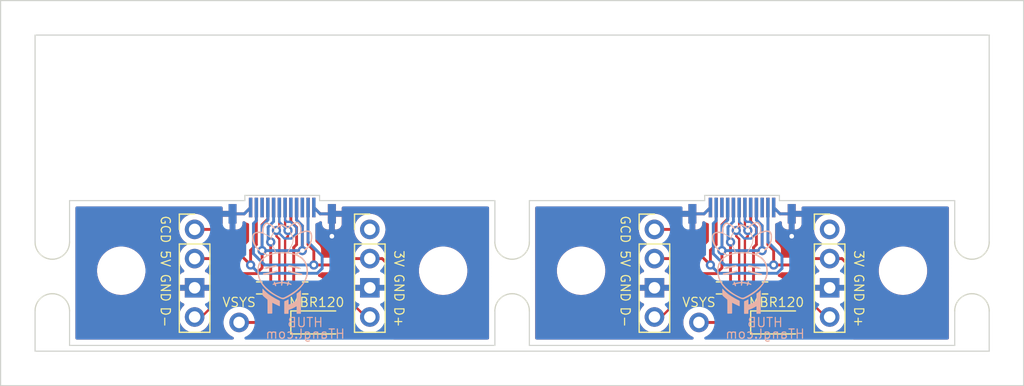
<source format=kicad_pcb>
(kicad_pcb (version 20211014) (generator pcbnew)
  (layers (0 "F.Cu" signal) (31 "B.Cu" signal) (34 "B.Paste" user) (35 "F.Paste" user) (36 "B.SilkS" user "B.Silkscreen") (37 "F.SilkS" user "F.Silkscreen") (38 "B.Mask" user) (39 "F.Mask" user) (44 "Edge.Cuts" user))
  (net 0 "")
  (net 1 "Net-(R1-Pad1)")
  (net 2 "GND")
  (net 3 "Net-(R2-Pad1)")
  (net 4 "+3V3")
  (net 6 "+5V")
  (net 7 "D+")
  (net 8 "D-")
  (net 11 "GCD")
  (net 15 "VSYS")
  (footprint "Diode_SMD:D_SOD-123" (layer "F.Cu") (at 83 50)
    (fp_text reference "D1" hide)
    (fp_text value "MBR120" hide)
    (fp_text user "MBR120" (at 0 -1.75 unlocked) (layer "F.SilkS") (effects (font (size 0.8 0.8) (thickness 0.1))))
    (pad "1" smd rect locked (at -1.65 0) (size 0.9 1.2) (layers "F.Cu" "F.Paste" "F.Mask") (net 15 "VSYS"))
    (pad "2" smd rect locked (at 1.65 0) (size 0.9 1.2) (layers "F.Cu" "F.Paste" "F.Mask") (net 4 "+3V3"))
  )
  (footprint "HTangl:Xunpu C2856665 USBC Straddle Mount" (layer "F.Cu") (at 40 40)
    (fp_text reference "U1" hide)
    (fp_text value "USB_C_Receptacle" hide)
    (pad "A1" smd rect (at 2.75 0) (size 0.3 1.7) (layers "F.Cu" "F.Paste" "F.Mask") (net 2 "GND"))
    (pad "A2" smd rect (at 2.25 0) (size 0.3 1.7) (layers "F.Cu" "F.Paste" "F.Mask") (net 4 "+3V3"))
    (pad "A3" smd rect (at 1.75 0) (size 0.3 1.7) (layers "F.Cu" "F.Paste" "F.Mask"))
    (pad "A4" smd rect (at 1.25 0) (size 0.3 1.7) (layers "F.Cu" "F.Paste" "F.Mask") (net 6 "+5V"))
    (pad "A5" smd rect (at 0.75 0) (size 0.3 1.7) (layers "F.Cu" "F.Paste" "F.Mask") (net 3 "Net-(R2-Pad1)"))
    (pad "A6" smd rect (at 0.25 0) (size 0.3 1.7) (layers "F.Cu" "F.Paste" "F.Mask") (net 7 "D+"))
    (pad "A7" smd rect (at -0.25 0) (size 0.3 1.7) (layers "F.Cu" "F.Paste" "F.Mask") (net 8 "D-"))
    (pad "A8" smd rect (at -0.75 0) (size 0.3 1.7) (layers "F.Cu" "F.Paste" "F.Mask"))
    (pad "A9" smd rect (at -1.25 0) (size 0.3 1.7) (layers "F.Cu" "F.Paste" "F.Mask") (net 6 "+5V"))
    (pad "A10" smd rect (at -1.75 0) (size 0.3 1.7) (layers "F.Cu" "F.Paste" "F.Mask"))
    (pad "A11" smd rect (at -2.25 0) (size 0.3 1.7) (layers "F.Cu" "F.Paste" "F.Mask") (net 11 "GCD"))
    (pad "A12" smd rect (at -2.75 0) (size 0.3 1.7) (layers "F.Cu" "F.Paste" "F.Mask") (net 2 "GND"))
    (pad "B1" smd rect (at -2.75 0) (size 0.3 1.7) (layers "B.Cu" "B.Paste" "B.Mask") (net 2 "GND"))
    (pad "B2" smd rect (at -2.25 0) (size 0.3 1.7) (layers "B.Cu" "B.Paste" "B.Mask") (net 4 "+3V3"))
    (pad "B3" smd rect (at -1.75 0) (size 0.3 1.7) (layers "B.Cu" "B.Paste" "B.Mask"))
    (pad "B4" smd rect (at -1.25 0) (size 0.3 1.7) (layers "B.Cu" "B.Paste" "B.Mask") (net 6 "+5V"))
    (pad "B5" smd rect (at -0.75 0) (size 0.3 1.7) (layers "B.Cu" "B.Paste" "B.Mask") (net 1 "Net-(R1-Pad1)"))
    (pad "B6" smd rect (at -0.25 0) (size 0.3 1.7) (layers "B.Cu" "B.Paste" "B.Mask") (net 7 "D+"))
    (pad "B7" smd rect (at 0.25 0) (size 0.3 1.7) (layers "B.Cu" "B.Paste" "B.Mask") (net 8 "D-"))
    (pad "B8" smd rect (at 0.75 0) (size 0.3 1.7) (layers "B.Cu" "B.Paste" "B.Mask"))
    (pad "B9" smd rect (at 1.25 0) (size 0.3 1.7) (layers "B.Cu" "B.Paste" "B.Mask") (net 6 "+5V"))
    (pad "B10" smd rect (at 1.75 0) (size 0.3 1.7) (layers "B.Cu" "B.Paste" "B.Mask"))
    (pad "B11" smd rect (at 2.25 0) (size 0.3 1.7) (layers "B.Cu" "B.Paste" "B.Mask") (net 11 "GCD"))
    (pad "B12" smd rect (at 2.75 0) (size 0.3 1.7) (layers "B.Cu" "B.Paste" "B.Mask") (net 2 "GND"))
    (pad "S1" smd rect (at 4.32 0.55) (size 0.7 1.7) (layers "F.Cu" "F.Paste" "F.Mask") (net 2 "GND"))
    (pad "S1" smd rect (at -4.32 0.55) (size 0.7 1.7) (layers "F.Cu" "F.Paste" "F.Mask") (net 2 "GND"))
    (pad "S1" smd rect (at -4.32 0.55) (size 0.7 1.7) (layers "B.Cu" "B.Paste" "B.Mask") (net 2 "GND"))
    (pad "S1" smd rect (at 4.32 0.55) (size 0.7 1.7) (layers "B.Cu" "B.Paste" "B.Mask") (net 2 "GND"))
  )
  (footprint "Panelization:mouse-bite-3mm-slot" (layer "F.Cu") (at 20 46 90)
    (fp_text reference "mouse-bite-3mm-slot" hide)
    (fp_text value "VAL**" hide)
    (pad "" np_thru_hole circle locked (at -0.75 -1.5 90) (size 0.5 0.5) (drill 0.5) (layers *.Cu *.Mask))
    (pad "" np_thru_hole circle locked (at -1.512 1.5 90) (size 0.5 0.5) (drill 0.5) (layers *.Cu *.Mask))
    (pad "" np_thru_hole circle locked (at 0.75 1.5 90) (size 0.5 0.5) (drill 0.5) (layers *.Cu *.Mask))
    (pad "" np_thru_hole circle locked (at 0 1.5 90) (size 0.5 0.5) (drill 0.5) (layers *.Cu *.Mask))
    (pad "" np_thru_hole circle locked (at -1.512 -1.5 90) (size 0.5 0.5) (drill 0.5) (layers *.Cu *.Mask))
    (pad "" np_thru_hole circle locked (at 1.524 -1.5 90) (size 0.5 0.5) (drill 0.5) (layers *.Cu *.Mask))
    (pad "" np_thru_hole circle locked (at 1.524 1.5 90) (size 0.5 0.5) (drill 0.5) (layers *.Cu *.Mask))
    (pad "" np_thru_hole circle locked (at -0.762 1.5 90) (size 0.5 0.5) (drill 0.5) (layers *.Cu *.Mask))
    (pad "" np_thru_hole circle locked (at 0.75 -1.5 90) (size 0.5 0.5) (drill 0.5) (layers *.Cu *.Mask))
    (pad "" np_thru_hole circle locked (at 0 -1.5 90) (size 0.5 0.5) (drill 0.5) (layers *.Cu *.Mask))
  )
  (footprint "MountingHole:MountingHole_3.2mm_M3" (layer "F.Cu") (at 26 45.5)
    (fp_text reference "REF**" hide)
    (fp_text value "MountingHole_3.2mm_M3" hide)
    (pad "" np_thru_hole circle locked (at 0 0) (size 3.2 3.2) (drill 3.2) (layers *.Cu *.Mask))
  )
  (footprint "HTangl:Xunpu C2856665 USBC Straddle Mount" (layer "F.Cu") (at 80 40)
    (fp_text reference "U1" hide)
    (fp_text value "USB_C_Receptacle" hide)
    (pad "A1" smd rect (at 2.75 0) (size 0.3 1.7) (layers "F.Cu" "F.Paste" "F.Mask") (net 2 "GND"))
    (pad "A2" smd rect (at 2.25 0) (size 0.3 1.7) (layers "F.Cu" "F.Paste" "F.Mask") (net 4 "+3V3"))
    (pad "A3" smd rect (at 1.75 0) (size 0.3 1.7) (layers "F.Cu" "F.Paste" "F.Mask"))
    (pad "A4" smd rect (at 1.25 0) (size 0.3 1.7) (layers "F.Cu" "F.Paste" "F.Mask") (net 6 "+5V"))
    (pad "A5" smd rect (at 0.75 0) (size 0.3 1.7) (layers "F.Cu" "F.Paste" "F.Mask") (net 3 "Net-(R2-Pad1)"))
    (pad "A6" smd rect (at 0.25 0) (size 0.3 1.7) (layers "F.Cu" "F.Paste" "F.Mask") (net 7 "D+"))
    (pad "A7" smd rect (at -0.25 0) (size 0.3 1.7) (layers "F.Cu" "F.Paste" "F.Mask") (net 8 "D-"))
    (pad "A8" smd rect (at -0.75 0) (size 0.3 1.7) (layers "F.Cu" "F.Paste" "F.Mask"))
    (pad "A9" smd rect (at -1.25 0) (size 0.3 1.7) (layers "F.Cu" "F.Paste" "F.Mask") (net 6 "+5V"))
    (pad "A10" smd rect (at -1.75 0) (size 0.3 1.7) (layers "F.Cu" "F.Paste" "F.Mask"))
    (pad "A11" smd rect (at -2.25 0) (size 0.3 1.7) (layers "F.Cu" "F.Paste" "F.Mask") (net 11 "GCD"))
    (pad "A12" smd rect (at -2.75 0) (size 0.3 1.7) (layers "F.Cu" "F.Paste" "F.Mask") (net 2 "GND"))
    (pad "B1" smd rect (at -2.75 0) (size 0.3 1.7) (layers "B.Cu" "B.Paste" "B.Mask") (net 2 "GND"))
    (pad "B2" smd rect (at -2.25 0) (size 0.3 1.7) (layers "B.Cu" "B.Paste" "B.Mask") (net 4 "+3V3"))
    (pad "B3" smd rect (at -1.75 0) (size 0.3 1.7) (layers "B.Cu" "B.Paste" "B.Mask"))
    (pad "B4" smd rect (at -1.25 0) (size 0.3 1.7) (layers "B.Cu" "B.Paste" "B.Mask") (net 6 "+5V"))
    (pad "B5" smd rect (at -0.75 0) (size 0.3 1.7) (layers "B.Cu" "B.Paste" "B.Mask") (net 1 "Net-(R1-Pad1)"))
    (pad "B6" smd rect (at -0.25 0) (size 0.3 1.7) (layers "B.Cu" "B.Paste" "B.Mask") (net 7 "D+"))
    (pad "B7" smd rect (at 0.25 0) (size 0.3 1.7) (layers "B.Cu" "B.Paste" "B.Mask") (net 8 "D-"))
    (pad "B8" smd rect (at 0.75 0) (size 0.3 1.7) (layers "B.Cu" "B.Paste" "B.Mask"))
    (pad "B9" smd rect (at 1.25 0) (size 0.3 1.7) (layers "B.Cu" "B.Paste" "B.Mask") (net 6 "+5V"))
    (pad "B10" smd rect (at 1.75 0) (size 0.3 1.7) (layers "B.Cu" "B.Paste" "B.Mask"))
    (pad "B11" smd rect (at 2.25 0) (size 0.3 1.7) (layers "B.Cu" "B.Paste" "B.Mask") (net 11 "GCD"))
    (pad "B12" smd rect (at 2.75 0) (size 0.3 1.7) (layers "B.Cu" "B.Paste" "B.Mask") (net 2 "GND"))
    (pad "S1" smd rect (at -4.32 0.55) (size 0.7 1.7) (layers "B.Cu" "B.Paste" "B.Mask") (net 2 "GND"))
    (pad "S1" smd rect (at -4.32 0.55) (size 0.7 1.7) (layers "F.Cu" "F.Paste" "F.Mask") (net 2 "GND"))
    (pad "S1" smd rect (at 4.32 0.55) (size 0.7 1.7) (layers "B.Cu" "B.Paste" "B.Mask") (net 2 "GND"))
    (pad "S1" smd rect (at 4.32 0.55) (size 0.7 1.7) (layers "F.Cu" "F.Paste" "F.Mask") (net 2 "GND"))
  )
  (footprint "Diode_SMD:D_SOD-123" (layer "F.Cu") (at 43 50)
    (fp_text reference "D1" hide)
    (fp_text value "MBR120" hide)
    (fp_text user "MBR120" (at 0 -1.75 unlocked) (layer "F.SilkS") (effects (font (size 0.8 0.8) (thickness 0.1))))
    (pad "1" smd rect locked (at -1.65 0) (size 0.9 1.2) (layers "F.Cu" "F.Paste" "F.Mask") (net 15 "VSYS"))
    (pad "2" smd rect locked (at 1.65 0) (size 0.9 1.2) (layers "F.Cu" "F.Paste" "F.Mask") (net 4 "+3V3"))
  )
  (footprint "Connector_PinHeader_2.54mm:PinHeader_1x01_P2.54mm_Vertical" (layer "F.Cu") (at 76.25 50)
    (fp_text reference "VSYS" (at 0 -1.75) (layer "F.SilkS") (effects (font (size 0.8 0.8) (thickness 0.1))))
    (fp_text value "PinHeader_1x01_P2.54mm_Vertical" hide)
    (pad "1" thru_hole circle (at 0 0) (size 1.7 1.7) (drill 1) (layers *.Cu *.Mask) (net 15 "VSYS"))
  )
  (footprint "MountingHole:MountingHole_3.2mm_M3" (layer "F.Cu") (at 94 45.5)
    (fp_text reference "REF**" hide)
    (fp_text value "MountingHole_3.2mm_M3" hide)
    (pad "" np_thru_hole circle locked (at 0 0) (size 3.2 3.2) (drill 3.2) (layers *.Cu *.Mask))
  )
  (footprint "MountingHole:MountingHole_3.2mm_M3" (layer "F.Cu") (at 54 45.5)
    (fp_text reference "REF**" hide)
    (fp_text value "MountingHole_3.2mm_M3" hide)
    (pad "" np_thru_hole circle locked (at 0 0) (size 3.2 3.2) (drill 3.2) (layers *.Cu *.Mask))
  )
  (footprint "Connector_PinHeader_2.54mm:PinHeader_1x04_P2.54mm_Vertical" (layer "F.Cu") (at 32.38 41.905)
    (fp_text reference "REF**" hide)
    (fp_text value "PinHeader_1x04_P2.54mm_Vertical" hide)
    (pad "1" thru_hole circle locked (at 0 0) (size 1.7 1.7) (drill 1) (layers *.Cu *.Mask) (net 11 "GCD"))
    (pad "2" thru_hole oval locked (at 0 2.54) (size 1.7 1.7) (drill 1) (layers *.Cu *.Mask) (net 6 "+5V"))
    (pad "3" thru_hole rect locked (at 0 5.08) (size 1.7 1.7) (drill 1) (layers *.Cu *.Mask) (net 2 "GND"))
    (pad "4" thru_hole oval locked (at 0 7.62) (size 1.7 1.7) (drill 1) (layers *.Cu *.Mask) (net 8 "D-"))
  )
  (footprint "Panelization:mouse-bite-3mm-slot" (layer "F.Cu") (at 100 46 90)
    (fp_text reference "mouse-bite-3mm-slot" hide)
    (fp_text value "VAL**" hide)
    (pad "" np_thru_hole circle locked (at -0.75 -1.5 90) (size 0.5 0.5) (drill 0.5) (layers *.Cu *.Mask))
    (pad "" np_thru_hole circle locked (at 1.524 -1.5 90) (size 0.5 0.5) (drill 0.5) (layers *.Cu *.Mask))
    (pad "" np_thru_hole circle locked (at 1.524 1.5 90) (size 0.5 0.5) (drill 0.5) (layers *.Cu *.Mask))
    (pad "" np_thru_hole circle locked (at 0 1.5 90) (size 0.5 0.5) (drill 0.5) (layers *.Cu *.Mask))
    (pad "" np_thru_hole circle locked (at -0.762 1.5 90) (size 0.5 0.5) (drill 0.5) (layers *.Cu *.Mask))
    (pad "" np_thru_hole circle locked (at 0.75 1.5 90) (size 0.5 0.5) (drill 0.5) (layers *.Cu *.Mask))
    (pad "" np_thru_hole circle locked (at -1.512 1.5 90) (size 0.5 0.5) (drill 0.5) (layers *.Cu *.Mask))
    (pad "" np_thru_hole circle locked (at 0.75 -1.5 90) (size 0.5 0.5) (drill 0.5) (layers *.Cu *.Mask))
    (pad "" np_thru_hole circle locked (at 0 -1.5 90) (size 0.5 0.5) (drill 0.5) (layers *.Cu *.Mask))
    (pad "" np_thru_hole circle locked (at -1.512 -1.5 90) (size 0.5 0.5) (drill 0.5) (layers *.Cu *.Mask))
  )
  (footprint "Connector_PinHeader_2.54mm:PinHeader_1x01_P2.54mm_Vertical" (layer "F.Cu") (at 36.25 50)
    (fp_text reference "VSYS" (at 0 -1.75) (layer "F.SilkS") (effects (font (size 0.8 0.8) (thickness 0.1))))
    (fp_text value "PinHeader_1x01_P2.54mm_Vertical" hide)
    (pad "1" thru_hole circle (at 0 0) (size 1.7 1.7) (drill 1) (layers *.Cu *.Mask) (net 15 "VSYS"))
  )
  (footprint "Panelization:mouse-bite-3mm-slot" (layer "F.Cu") (at 60 46 90)
    (fp_text reference "mouse-bite-3mm-slot" hide)
    (fp_text value "VAL**" hide)
    (pad "" np_thru_hole circle locked (at -1.512 -1.5 90) (size 0.5 0.5) (drill 0.5) (layers *.Cu *.Mask))
    (pad "" np_thru_hole circle locked (at -0.75 -1.5 90) (size 0.5 0.5) (drill 0.5) (layers *.Cu *.Mask))
    (pad "" np_thru_hole circle locked (at 0.75 1.5 90) (size 0.5 0.5) (drill 0.5) (layers *.Cu *.Mask))
    (pad "" np_thru_hole circle locked (at -1.512 1.5 90) (size 0.5 0.5) (drill 0.5) (layers *.Cu *.Mask))
    (pad "" np_thru_hole circle locked (at -0.762 1.5 90) (size 0.5 0.5) (drill 0.5) (layers *.Cu *.Mask))
    (pad "" np_thru_hole circle locked (at 0.75 -1.5 90) (size 0.5 0.5) (drill 0.5) (layers *.Cu *.Mask))
    (pad "" np_thru_hole circle locked (at 1.524 1.5 90) (size 0.5 0.5) (drill 0.5) (layers *.Cu *.Mask))
    (pad "" np_thru_hole circle locked (at 0 -1.5 90) (size 0.5 0.5) (drill 0.5) (layers *.Cu *.Mask))
    (pad "" np_thru_hole circle locked (at 1.524 -1.5 90) (size 0.5 0.5) (drill 0.5) (layers *.Cu *.Mask))
    (pad "" np_thru_hole circle locked (at 0 1.5 90) (size 0.5 0.5) (drill 0.5) (layers *.Cu *.Mask))
  )
  (footprint "MountingHole:MountingHole_3.2mm_M3" (layer "F.Cu") (at 66 45.5)
    (fp_text reference "REF**" hide)
    (fp_text value "MountingHole_3.2mm_M3" hide)
    (pad "" np_thru_hole circle locked (at 0 0) (size 3.2 3.2) (drill 3.2) (layers *.Cu *.Mask))
  )
  (footprint "Resistor_SMD:R_0603_1608Metric" (layer "F.Cu") (at 42 47)
    (fp_text reference "R2" hide)
    (fp_text value "5.1k")
    (pad "1" smd roundrect locked (at -0.825 0) (size 0.8 0.95) (layers "F.Cu" "F.Paste" "F.Mask") (net 3 "Net-(R2-Pad1)"))
    (pad "2" smd roundrect locked (at 0.825 0) (size 0.8 0.95) (layers "F.Cu" "F.Paste" "F.Mask") (net 2 "GND"))
  )
  (footprint "Connector_PinHeader_2.54mm:PinHeader_1x04_P2.54mm_Vertical" (layer "F.Cu") (at 87.62 41.905)
    (fp_text reference "REF**" hide)
    (fp_text value "PinHeader_1x04_P2.54mm_Vertical" hide)
    (pad "1" thru_hole circle locked (at 0 0) (size 1.7 1.7) (drill 1) (layers *.Cu *.Mask))
    (pad "2" thru_hole oval locked (at 0 2.54) (size 1.7 1.7) (drill 1) (layers *.Cu *.Mask) (net 4 "+3V3"))
    (pad "3" thru_hole rect locked (at 0 5.08) (size 1.7 1.7) (drill 1) (layers *.Cu *.Mask) (net 2 "GND"))
    (pad "4" thru_hole circle locked (at 0 7.62) (size 1.7 1.7) (drill 1) (layers *.Cu *.Mask) (net 7 "D+"))
  )
  (footprint "Resistor_SMD:R_0603_1608Metric" (layer "F.Cu") (at 78 47 180)
    (fp_text reference "R1" hide)
    (fp_text value "5.1k")
    (pad "1" smd roundrect locked (at -0.825 0 180) (size 0.8 0.95) (layers "F.Cu" "F.Paste" "F.Mask") (net 1 "Net-(R1-Pad1)"))
    (pad "2" smd roundrect locked (at 0.825 0 180) (size 0.8 0.95) (layers "F.Cu" "F.Paste" "F.Mask") (net 2 "GND"))
  )
  (footprint "Resistor_SMD:R_0603_1608Metric" (layer "F.Cu") (at 82 47)
    (fp_text reference "R2" hide)
    (fp_text value "5.1k")
    (pad "1" smd roundrect locked (at -0.825 0) (size 0.8 0.95) (layers "F.Cu" "F.Paste" "F.Mask") (net 3 "Net-(R2-Pad1)"))
    (pad "2" smd roundrect locked (at 0.825 0) (size 0.8 0.95) (layers "F.Cu" "F.Paste" "F.Mask") (net 2 "GND"))
  )
  (footprint "Connector_PinHeader_2.54mm:PinHeader_1x04_P2.54mm_Vertical" (layer "F.Cu") (at 72.38 41.905)
    (fp_text reference "REF**" hide)
    (fp_text value "PinHeader_1x04_P2.54mm_Vertical" hide)
    (pad "1" thru_hole circle locked (at 0 0) (size 1.7 1.7) (drill 1) (layers *.Cu *.Mask) (net 11 "GCD"))
    (pad "2" thru_hole oval locked (at 0 2.54) (size 1.7 1.7) (drill 1) (layers *.Cu *.Mask) (net 6 "+5V"))
    (pad "3" thru_hole rect locked (at 0 5.08) (size 1.7 1.7) (drill 1) (layers *.Cu *.Mask) (net 2 "GND"))
    (pad "4" thru_hole oval locked (at 0 7.62) (size 1.7 1.7) (drill 1) (layers *.Cu *.Mask) (net 8 "D-"))
  )
  (footprint "Resistor_SMD:R_0603_1608Metric" (layer "F.Cu") (at 38 47 180)
    (fp_text reference "R1" hide)
    (fp_text value "5.1k")
    (pad "1" smd roundrect locked (at -0.825 0 180) (size 0.8 0.95) (layers "F.Cu" "F.Paste" "F.Mask") (net 1 "Net-(R1-Pad1)"))
    (pad "2" smd roundrect locked (at 0.825 0 180) (size 0.8 0.95) (layers "F.Cu" "F.Paste" "F.Mask") (net 2 "GND"))
  )
  (footprint "Connector_PinHeader_2.54mm:PinHeader_1x04_P2.54mm_Vertical" (layer "F.Cu") (at 47.62 41.905)
    (fp_text reference "REF**" hide)
    (fp_text value "PinHeader_1x04_P2.54mm_Vertical" hide)
    (pad "1" thru_hole circle locked (at 0 0) (size 1.7 1.7) (drill 1) (layers *.Cu *.Mask))
    (pad "2" thru_hole oval locked (at 0 2.54) (size 1.7 1.7) (drill 1) (layers *.Cu *.Mask) (net 4 "+3V3"))
    (pad "3" thru_hole rect locked (at 0 5.08) (size 1.7 1.7) (drill 1) (layers *.Cu *.Mask) (net 2 "GND"))
    (pad "4" thru_hole circle locked (at 0 7.62) (size 1.7 1.7) (drill 1) (layers *.Cu *.Mask) (net 7 "D+"))
  )
  (footprint "htangl:HTurnip_Tiny" (layer "B.Cu") (at 80 45.25 180)
    (fp_text reference "G***" hide)
    (fp_text value "LOGO" hide)
  )
  (footprint "htangl:HTurnip_Tiny" (layer "B.Cu") (at 40 45.25 180)
    (fp_text reference "G***" hide)
    (fp_text value "LOGO" hide)
  )
  (gr_line (start 101.5 52.5) (end 101.5 49) (layer "Edge.Cuts") (width 0.1))
  (gr_line (start 76.75 38.95) (end 83.25 38.95) (layer "Edge.Cuts") (width 0.1))
  (gr_line (start 15.5 22) (end 15.5 55.5) (layer "Edge.Cuts") (width 0.1))
  (gr_line (start 36.75 39.4) (end 21.5 39.4) (layer "Edge.Cuts") (width 0.1))
  (gr_line (start 21.5 52) (end 58.5 52) (layer "Edge.Cuts") (width 0.1))
  (gr_arc (start 61.5 43) (mid 60 44.5) (end 58.5 43) (layer "Edge.Cuts") (width 0.1))
  (gr_line (start 36.75 38.95) (end 43.25 38.95) (layer "Edge.Cuts") (width 0.1))
  (gr_arc (start 98.5 49) (mid 100 47.5) (end 101.5 49) (layer "Edge.Cuts") (width 0.1))
  (gr_line (start 98.5 43) (end 98.5 39.4) (layer "Edge.Cuts") (width 0.1))
  (gr_line (start 21.5 43) (end 21.5 39.4) (layer "Edge.Cuts") (width 0.1))
  (gr_line (start 21.5 49) (end 21.5 52) (layer "Edge.Cuts") (width 0.1))
  (gr_arc (start 18.5 49) (mid 20 47.5) (end 21.5 49) (layer "Edge.Cuts") (width 0.1))
  (gr_line (start 76.75 38.95) (end 76.75 39.4) (layer "Edge.Cuts") (width 0.1))
  (gr_line (start 83.25 39.4) (end 98.5 39.4) (layer "Edge.Cuts") (width 0.1))
  (gr_line (start 43.25 39.4) (end 58.5 39.4) (layer "Edge.Cuts") (width 0.1))
  (gr_line (start 18.5 52.5) (end 101.5 52.5) (layer "Edge.Cuts") (width 0.1))
  (gr_line (start 101.5 25) (end 101.5 43) (layer "Edge.Cuts") (width 0.1))
  (gr_line (start 43.25 38.95) (end 43.25 39.4) (layer "Edge.Cuts") (width 0.1))
  (gr_line (start 104.5 55.5) (end 15.5 55.5) (layer "Edge.Cuts") (width 0.1))
  (gr_line (start 18.5 25) (end 101.5 25) (layer "Edge.Cuts") (width 0.1))
  (gr_line (start 58.5 43) (end 58.5 39.4) (layer "Edge.Cuts") (width 0.1))
  (gr_line (start 61.5 52) (end 98.5 52) (layer "Edge.Cuts") (width 0.1))
  (gr_line (start 18.5 49) (end 18.5 52.5) (layer "Edge.Cuts") (width 0.1))
  (gr_line (start 98.5 49) (end 98.5 52) (layer "Edge.Cuts") (width 0.1))
  (gr_line (start 36.75 38.95) (end 36.75 39.4) (layer "Edge.Cuts") (width 0.1))
  (gr_line (start 15.5 22) (end 104.5 22) (layer "Edge.Cuts") (width 0.1))
  (gr_line (start 61.5 49) (end 61.5 52) (layer "Edge.Cuts") (width 0.1))
  (gr_line (start 83.25 38.95) (end 83.25 39.4) (layer "Edge.Cuts") (width 0.1))
  (gr_arc (start 58.5 49) (mid 60 47.5) (end 61.5 49) (layer "Edge.Cuts") (width 0.1))
  (gr_line (start 58.5 49) (end 58.5 52) (layer "Edge.Cuts") (width 0.1))
  (gr_line (start 76.75 39.4) (end 61.5 39.4) (layer "Edge.Cuts") (width 0.1))
  (gr_line (start 18.5 43) (end 18.5 25) (layer "Edge.Cuts") (width 0.1))
  (gr_line (start 61.5 43) (end 61.5 39.4) (layer "Edge.Cuts") (width 0.1))
  (gr_line (start 104.5 55.5) (end 104.5 22) (layer "Edge.Cuts") (width 0.1))
  (gr_arc (start 101.5 43) (mid 100 44.5) (end 98.5 43) (layer "Edge.Cuts") (width 0.1))
  (gr_arc (start 21.5 43) (mid 20 44.5) (end 18.5 43) (layer "Edge.Cuts") (width 0.1))
  (gr_text "HTangl.com" (at 82 51) (layer "B.SilkS") (effects (font (size 0.8 0.8) (thickness 0.1)) (justify mirror)))
  (gr_text "HTUB" (at 82 50) (layer "B.SilkS") (effects (font (size 0.8 0.8) (thickness 0.1)) (justify mirror)))
  (gr_text "HTUB" (at 42 50) (layer "B.SilkS") (effects (font (size 0.8 0.8) (thickness 0.1)) (justify mirror)))
  (gr_text "HTangl.com" (at 42 51) (layer "B.SilkS") (effects (font (size 0.8 0.8) (thickness 0.1)) (justify mirror)))
  (gr_text "GND" (at 69.84 46.985 270) (layer "F.SilkS") (effects (font (size 0.8 0.8) (thickness 0.1))))
  (gr_text "5V" (at 69.84 44.445 270) (layer "F.SilkS") (effects (font (size 0.8 0.8) (thickness 0.1))))
  (gr_text "GCD" (at 29.84 41.905 270) (layer "F.SilkS") (effects (font (size 0.8 0.8) (thickness 0.1))))
  (gr_text "D-" (at 29.84 49.525 270) (layer "F.SilkS") (effects (font (size 0.8 0.8) (thickness 0.1))))
  (gr_text "D+\n" (at 90.16 49.525 270) (layer "F.SilkS") (effects (font (size 0.8 0.8) (thickness 0.1))))
  (gr_text "GND" (at 90.16 46.985 270) (layer "F.SilkS") (effects (font (size 0.8 0.8) (thickness 0.1))))
  (gr_text "GND" (at 50.16 46.985 270) (layer "F.SilkS") (effects (font (size 0.8 0.8) (thickness 0.1))))
  (gr_text "D+\n" (at 50.16 49.525 270) (layer "F.SilkS") (effects (font (size 0.8 0.8) (thickness 0.1))))
  (gr_text "3V" (at 90.16 44.445 270) (layer "F.SilkS") (effects (font (size 0.8 0.8) (thickness 0.1))))
  (gr_text "3V" (at 50.16 44.445 270) (layer "F.SilkS") (effects (font (size 0.8 0.8) (thickness 0.1))))
  (gr_text "5V" (at 29.84 44.445 270) (layer "F.SilkS") (effects (font (size 0.8 0.8) (thickness 0.1))))
  (gr_text "GCD" (at 69.84 41.905 270) (layer "F.SilkS") (effects (font (size 0.8 0.8) (thickness 0.1))))
  (gr_text "GND" (at 29.84 46.985 270) (layer "F.SilkS") (effects (font (size 0.8 0.8) (thickness 0.1))))
  (gr_text "D-" (at 69.84 49.525 270) (layer "F.SilkS") (effects (font (size 0.8 0.8) (thickness 0.1))))
  (segment (start 79 46.825) (end 78.825 47) (width 0.25) (layer "F.Cu") (net 1))
  (segment (start 39 43) (end 39 46.825) (width 0.25) (layer "F.Cu") (net 1))
  (segment (start 79 43) (end 79 46.825) (width 0.25) (layer "F.Cu") (net 1))
  (segment (start 39 46.825) (end 38.825 47) (width 0.25) (layer "F.Cu") (net 1))
  (via (at 39 43) (size 0.8) (drill 0.4) (layers "F.Cu" "B.Cu") (net 1))
  (via (at 79 43) (size 0.8) (drill 0.4) (layers "F.Cu" "B.Cu") (net 1))
  (segment (start 79.25 40) (end 79.25 41.225386) (width 0.25) (layer "B.Cu") (net 1))
  (segment (start 39.25 40) (end 39.25 41.225386) (width 0.25) (layer "B.Cu") (net 1))
  (segment (start 78.775489 42.775489) (end 79 43) (width 0.25) (layer "B.Cu") (net 1))
  (segment (start 38.775489 41.699897) (end 38.775489 42.775489) (width 0.25) (layer "B.Cu") (net 1))
  (segment (start 79.25 41.225386) (end 78.775489 41.699897) (width 0.25) (layer "B.Cu") (net 1))
  (segment (start 38.775489 42.775489) (end 39 43) (width 0.25) (layer "B.Cu") (net 1))
  (segment (start 39.25 41.225386) (end 38.775489 41.699897) (width 0.25) (layer "B.Cu") (net 1))
  (segment (start 78.775489 41.699897) (end 78.775489 42.775489) (width 0.25) (layer "B.Cu") (net 1))
  (segment (start 42.75 40) (end 43.3 40.55) (width 0.25) (layer "F.Cu") (net 2))
  (segment (start 77.25 40) (end 76.7 40.55) (width 0.25) (layer "F.Cu") (net 2))
  (segment (start 76.7 40.55) (end 75.68 40.55) (width 0.25) (layer "F.Cu") (net 2))
  (segment (start 43.3 40.55) (end 44.32 40.55) (width 0.25) (layer "F.Cu") (net 2))
  (segment (start 37.25 40) (end 36.7 40.55) (width 0.25) (layer "F.Cu") (net 2))
  (segment (start 82.75 40) (end 83.3 40.55) (width 0.25) (layer "F.Cu") (net 2))
  (segment (start 36.7 40.55) (end 35.68 40.55) (width 0.25) (layer "F.Cu") (net 2))
  (segment (start 83.3 40.55) (end 84.32 40.55) (width 0.25) (layer "F.Cu") (net 2))
  (via (at 84.32 42.5) (size 0.8) (drill 0.4) (layers "F.Cu" "B.Cu") (net 2))
  (via (at 44.32 42.5) (size 0.8) (drill 0.4) (layers "F.Cu" "B.Cu") (net 2))
  (segment (start 82.75 40) (end 83.3 40.55) (width 0.25) (layer "B.Cu") (net 2))
  (segment (start 42.75 40) (end 43.3 40.55) (width 0.25) (layer "B.Cu") (net 2))
  (segment (start 77.25 40) (end 76.7 40.55) (width 0.25) (layer "B.Cu") (net 2))
  (segment (start 43.3 40.55) (end 44.32 40.55) (width 0.25) (layer "B.Cu") (net 2))
  (segment (start 37.25 40) (end 36.7 40.55) (width 0.25) (layer "B.Cu") (net 2))
  (segment (start 36.7 40.55) (end 35.68 40.55) (width 0.25) (layer "B.Cu") (net 2))
  (segment (start 76.7 40.55) (end 75.68 40.55) (width 0.25) (layer "B.Cu") (net 2))
  (segment (start 83.3 40.55) (end 84.32 40.55) (width 0.25) (layer "B.Cu") (net 2))
  (segment (start 40.75 41.225386) (end 41.25 41.725386) (width 0.25) (layer "F.Cu") (net 3))
  (segment (start 41 46.825) (end 41.175 47) (width 0.25) (layer "F.Cu") (net 3))
  (segment (start 81.25 43.225386) (end 81 43.475386) (width 0.25) (layer "F.Cu") (net 3))
  (segment (start 40.75 40) (end 40.75 41.225386) (width 0.25) (layer "F.Cu") (net 3))
  (segment (start 81 43.475386) (end 81 46.825) (width 0.25) (layer "F.Cu") (net 3))
  (segment (start 81 46.825) (end 81.175 47) (width 0.25) (layer "F.Cu") (net 3))
  (segment (start 81.25 41.725386) (end 81.25 43.225386) (width 0.25) (layer "F.Cu") (net 3))
  (segment (start 41 43.475386) (end 41 46.825) (width 0.25) (layer "F.Cu") (net 3))
  (segment (start 41.25 41.725386) (end 41.25 43.225386) (width 0.25) (layer "F.Cu") (net 3))
  (segment (start 41.25 43.225386) (end 41 43.475386) (width 0.25) (layer "F.Cu") (net 3))
  (segment (start 80.75 41.225386) (end 81.25 41.725386) (width 0.25) (layer "F.Cu") (net 3))
  (segment (start 80.75 40) (end 80.75 41.225386) (width 0.25) (layer "F.Cu") (net 3))
  (segment (start 42.25 43.225386) (end 42.75 43.725386) (width 0.25) (layer "F.Cu") (net 4))
  (segment (start 82.25 40) (end 82.25 43.225386) (width 0.25) (layer "F.Cu") (net 4))
  (segment (start 42.25 40) (end 42.25 43.225386) (width 0.25) (layer "F.Cu") (net 4))
  (segment (start 89 51) (end 89.5 50.5) (width 0.25) (layer "F.Cu") (net 4))
  (segment (start 49.5 45.25) (end 48.695 44.445) (width 0.25) (layer "F.Cu") (net 4))
  (segment (start 82.75 45) (end 84.5 45) (width 0.25) (layer "F.Cu") (net 4))
  (segment (start 42.75 45) (end 44.5 45) (width 0.25) (layer "F.Cu") (net 4))
  (segment (start 84.5 45) (end 85.055 44.445) (width 0.25) (layer "F.Cu") (net 4))
  (segment (start 48.695 44.445) (end 47.62 44.445) (width 0.25) (layer "F.Cu") (net 4))
  (segment (start 45 50) (end 46 51) (width 0.25) (layer "F.Cu") (net 4))
  (segment (start 88.695 44.445) (end 87.62 44.445) (width 0.25) (layer "F.Cu") (net 4))
  (segment (start 45.055 44.445) (end 47.62 44.445) (width 0.25) (layer "F.Cu") (net 4))
  (segment (start 82.75 43.725386) (end 82.75 45) (width 0.25) (layer "F.Cu") (net 4))
  (segment (start 49.5 50.5) (end 49.5 45.25) (width 0.25) (layer "F.Cu") (net 4))
  (segment (start 89.5 50.5) (end 89.5 45.25) (width 0.25) (layer "F.Cu") (net 4))
  (segment (start 42.75 43.725386) (end 42.75 45) (width 0.25) (layer "F.Cu") (net 4))
  (segment (start 82.25 43.225386) (end 82.75 43.725386) (width 0.25) (layer "F.Cu") (net 4))
  (segment (start 44.5 45) (end 45.055 44.445) (width 0.25) (layer "F.Cu") (net 4))
  (segment (start 44.65 50) (end 45 50) (width 0.25) (layer "F.Cu") (net 4))
  (segment (start 84.65 50) (end 85 50) (width 0.25) (layer "F.Cu") (net 4))
  (segment (start 86 51) (end 89 51) (width 0.25) (layer "F.Cu") (net 4))
  (segment (start 49 51) (end 49.5 50.5) (width 0.25) (layer "F.Cu") (net 4))
  (segment (start 85 50) (end 86 51) (width 0.25) (layer "F.Cu") (net 4))
  (segment (start 46 51) (end 49 51) (width 0.25) (layer "F.Cu") (net 4))
  (segment (start 89.5 45.25) (end 88.695 44.445) (width 0.25) (layer "F.Cu") (net 4))
  (segment (start 85.055 44.445) (end 87.62 44.445) (width 0.25) (layer "F.Cu") (net 4))
  (via (at 82.75 45) (size 0.8) (drill 0.4) (layers "F.Cu" "B.Cu") (net 4))
  (via (at 42.75 45) (size 0.8) (drill 0.4) (layers "F.Cu" "B.Cu") (net 4))
  (segment (start 78.475386 45) (end 77.5 44.024614) (width 0.25) (layer "B.Cu") (net 4))
  (segment (start 42.75 45) (end 38.475386 45) (width 0.25) (layer "B.Cu") (net 4))
  (segment (start 77.5 44.024614) (end 77.5 41.399022) (width 0.25) (layer "B.Cu") (net 4))
  (segment (start 38.475386 45) (end 37.5 44.024614) (width 0.25) (layer "B.Cu") (net 4))
  (segment (start 37.5 41.399022) (end 37.75 41.149022) (width 0.25) (layer "B.Cu") (net 4))
  (segment (start 37.5 44.024614) (end 37.5 41.399022) (width 0.25) (layer "B.Cu") (net 4))
  (segment (start 82.75 45) (end 78.475386 45) (width 0.25) (layer "B.Cu") (net 4))
  (segment (start 77.5 41.399022) (end 77.75 41.149022) (width 0.25) (layer "B.Cu") (net 4))
  (segment (start 37.75 41.149022) (end 37.75 40) (width 0.25) (layer "B.Cu") (net 4))
  (segment (start 77.75 41.149022) (end 77.75 40) (width 0.25) (layer "B.Cu") (net 4))
  (segment (start 38.25 43.75) (end 38.25 41.5) (width 0.25) (layer "F.Cu") (net 6))
  (segment (start 41.75 41.589668) (end 41.75 43.75) (width 0.25) (layer "F.Cu") (net 6))
  (segment (start 81.25 41.089668) (end 81.75 41.589668) (width 0.25) (layer "F.Cu") (net 6))
  (segment (start 38.25 45.25) (end 37.75 45.75) (width 0.25) (layer "F.Cu") (net 6))
  (segment (start 38.75 41) (end 38.75 40) (width 0.25) (layer "F.Cu") (net 6))
  (segment (start 41.25 41.089668) (end 41.75 41.589668) (width 0.25) (layer "F.Cu") (net 6))
  (segment (start 75 45.75) (end 73.695 44.445) (width 0.25) (layer "F.Cu") (net 6))
  (segment (start 33.695 44.445) (end 32.38 44.445) (width 0.25) (layer "F.Cu") (net 6))
  (segment (start 81.75 41.589668) (end 81.75 43.75) (width 0.25) (layer "F.Cu") (net 6))
  (segment (start 37.75 45.75) (end 35 45.75) (width 0.25) (layer "F.Cu") (net 6))
  (segment (start 78.75 41) (end 78.75 40) (width 0.25) (layer "F.Cu") (net 6))
  (segment (start 78.25 41.5) (end 78.75 41) (width 0.25) (layer "F.Cu") (net 6))
  (segment (start 77.75 45.75) (end 75 45.75) (width 0.25) (layer "F.Cu") (net 6))
  (segment (start 38.25 41.5) (end 38.75 41) (width 0.25) (layer "F.Cu") (net 6))
  (segment (start 73.695 44.445) (end 72.38 44.445) (width 0.25) (layer "F.Cu") (net 6))
  (segment (start 81.25 40) (end 81.25 41.089668) (width 0.25) (layer "F.Cu") (net 6))
  (segment (start 35 45.75) (end 33.695 44.445) (width 0.25) (layer "F.Cu") (net 6))
  (segment (start 41.25 40) (end 41.25 41.089668) (width 0.25) (layer "F.Cu") (net 6))
  (segment (start 78.25 45.25) (end 77.75 45.75) (width 0.25) (layer "F.Cu") (net 6))
  (segment (start 78.25 43.75) (end 78.25 45.25) (width 0.25) (layer "F.Cu") (net 6))
  (segment (start 78.25 43.75) (end 78.25 41.5) (width 0.25) (layer "F.Cu") (net 6))
  (segment (start 38.25 43.75) (end 38.25 45.25) (width 0.25) (layer "F.Cu") (net 6))
  (via (at 41.75 43.75) (size 0.8) (drill 0.4) (layers "F.Cu" "B.Cu") (net 6))
  (via (at 81.75 43.75) (size 0.8) (drill 0.4) (layers "F.Cu" "B.Cu") (net 6))
  (via (at 38.25 43.75) (size 0.8) (drill 0.4) (layers "F.Cu" "B.Cu") (net 6))
  (via (at 78.25 43.75) (size 0.8) (drill 0.4) (layers "F.Cu" "B.Cu") (net 6))
  (segment (start 38.75 40) (end 38.75 41.089668) (width 0.25) (layer "B.Cu") (net 6))
  (segment (start 38.75 41.089668) (end 38.25 41.589668) (width 0.25) (layer "B.Cu") (net 6))
  (segment (start 78.25 41.589668) (end 78.25 43.75) (width 0.25) (layer "B.Cu") (net 6))
  (segment (start 78.75 40) (end 78.75 41.089668) (width 0.25) (layer "B.Cu") (net 6))
  (segment (start 81.25 41.089668) (end 81.75 41.589668) (width 0.25) (layer "B.Cu") (net 6))
  (segment (start 41.25 41.089668) (end 41.75 41.589668) (width 0.25) (layer "B.Cu") (net 6))
  (segment (start 78.25 43.75) (end 81.75 43.75) (width 0.25) (layer "B.Cu") (net 6))
  (segment (start 41.75 41.589668) (end 41.75 43.75) (width 0.25) (layer "B.Cu") (net 6))
  (segment (start 81.25 40) (end 81.25 41.089668) (width 0.25) (layer "B.Cu") (net 6))
  (segment (start 38.25 43.75) (end 41.75 43.75) (width 0.25) (layer "B.Cu") (net 6))
  (segment (start 38.25 41.589668) (end 38.25 43.75) (width 0.25) (layer "B.Cu") (net 6))
  (segment (start 78.75 41.089668) (end 78.25 41.589668) (width 0.25) (layer "B.Cu") (net 6))
  (segment (start 81.75 41.589668) (end 81.75 43.75) (width 0.25) (layer "B.Cu") (net 6))
  (segment (start 41.25 40) (end 41.25 41.089668) (width 0.25) (layer "B.Cu") (net 6))
  (segment (start 46 48.25) (end 47.275 49.525) (width 0.2) (layer "F.Cu") (net 7))
  (segment (start 80.25 47.75) (end 80.75 48.25) (width 0.2) (layer "F.Cu") (net 7))
  (segment (start 80.25 42.75) (end 80.25 47.75) (width 0.2) (layer "F.Cu") (net 7))
  (segment (start 40.5 42.5) (end 40.25 42.75) (width 0.2) (layer "F.Cu") (net 7))
  (segment (start 40.25 41.75) (end 40.5 42) (width 0.2) (layer "F.Cu") (net 7))
  (segment (start 40.75 48.25) (end 46 48.25) (width 0.2) (layer "F.Cu") (net 7))
  (segment (start 40.25 47.75) (end 40.75 48.25) (width 0.2) (layer "F.Cu") (net 7))
  (segment (start 80.25 40) (end 80.25 41.75) (width 0.2) (layer "F.Cu") (net 7))
  (segment (start 40.5 42) (end 40.5 42.5) (width 0.2) (layer "F.Cu") (net 7))
  (segment (start 47.275 49.525) (end 47.62 49.525) (width 0.2) (layer "F.Cu") (net 7))
  (segment (start 40.25 42.75) (end 40.25 47.75) (width 0.2) (layer "F.Cu") (net 7))
  (segment (start 86 48.25) (end 87.275 49.525) (width 0.2) (layer "F.Cu") (net 7))
  (segment (start 40.25 40) (end 40.25 41.75) (width 0.2) (layer "F.Cu") (net 7))
  (segment (start 80.75 48.25) (end 86 48.25) (width 0.2) (layer "F.Cu") (net 7))
  (segment (start 80.5 42.5) (end 80.25 42.75) (width 0.2) (layer "F.Cu") (net 7))
  (segment (start 80.25 41.75) (end 80.5 42) (width 0.2) (layer "F.Cu") (net 7))
  (segment (start 87.275 49.525) (end 87.62 49.525) (width 0.2) (layer "F.Cu") (net 7))
  (segment (start 80.5 42) (end 80.5 42.5) (width 0.2) (layer "F.Cu") (net 7))
  (via (at 40.5 42) (size 0.8) (drill 0.4) (layers "F.Cu" "B.Cu") (net 7))
  (via (at 80.5 42) (size 0.8) (drill 0.4) (layers "F.Cu" "B.Cu") (net 7))
  (segment (start 39.75 41.25) (end 39.75 40) (width 0.2) (layer "B.Cu") (net 7))
  (segment (start 79.75 41.25) (end 79.75 40) (width 0.2) (layer "B.Cu") (net 7))
  (segment (start 40.5 42) (end 39.75 41.25) (width 0.2) (layer "B.Cu") (net 7))
  (segment (start 80.5 42) (end 79.75 41.25) (width 0.2) (layer "B.Cu") (net 7))
  (segment (start 79.75 47.75) (end 79.25 48.25) (width 0.2) (layer "F.Cu") (net 8))
  (segment (start 79.75 40) (end 79.75 41.75) (width 0.2) (layer "F.Cu") (net 8))
  (segment (start 39.5 42.5) (end 39.75 42.75) (width 0.2) (layer "F.Cu") (net 8))
  (segment (start 39.75 41.75) (end 39.5 42) (width 0.2) (layer "F.Cu") (net 8))
  (segment (start 39.5 42) (end 39.5 42.5) (width 0.2) (layer "F.Cu") (net 8))
  (segment (start 79.75 42.75) (end 79.75 47.75) (width 0.2) (layer "F.Cu") (net 8))
  (segment (start 72.975 49.525) (end 72.38 49.525) (width 0.2) (layer "F.Cu") (net 8))
  (segment (start 34.25 48.25) (end 32.975 49.525) (width 0.2) (layer "F.Cu") (net 8))
  (segment (start 74.25 48.25) (end 72.975 49.525) (width 0.2) (layer "F.Cu") (net 8))
  (segment (start 39.75 42.75) (end 39.75 47.75) (width 0.2) (layer "F.Cu") (net 8))
  (segment (start 79.5 42) (end 79.5 42.5) (width 0.2) (layer "F.Cu") (net 8))
  (segment (start 39.75 47.75) (end 39.25 48.25) (width 0.2) (layer "F.Cu") (net 8))
  (segment (start 79.5 42.5) (end 79.75 42.75) (width 0.2) (layer "F.Cu") (net 8))
  (segment (start 39.75 40) (end 39.75 41.75) (width 0.2) (layer "F.Cu") (net 8))
  (segment (start 79.75 41.75) (end 79.5 42) (width 0.2) (layer "F.Cu") (net 8))
  (segment (start 79.25 48.25) (end 74.25 48.25) (width 0.2) (layer "F.Cu") (net 8))
  (segment (start 39.25 48.25) (end 34.25 48.25) (width 0.2) (layer "F.Cu") (net 8))
  (segment (start 32.975 49.525) (end 32.38 49.525) (width 0.2) (layer "F.Cu") (net 8))
  (via (at 39.5 42) (size 0.8) (drill 0.4) (layers "F.Cu" "B.Cu") (net 8))
  (via (at 79.5 42) (size 0.8) (drill 0.4) (layers "F.Cu" "B.Cu") (net 8))
  (segment (start 41.25 41.760741) (end 40.739259 41.25) (width 0.2) (layer "B.Cu") (net 8))
  (segment (start 40.199511 42.699511) (end 40.789748 42.699511) (width 0.2) (layer "B.Cu") (net 8))
  (segment (start 40.25 41.099022) (end 40.25 40) (width 0.2) (layer "B.Cu") (net 8))
  (segment (start 79.5 42) (end 80.199511 42.699511) (width 0.2) (layer "B.Cu") (net 8))
  (segment (start 80.789748 42.699511) (end 81.25 42.239259) (width 0.2) (layer "B.Cu") (net 8))
  (segment (start 40.739259 41.25) (end 40.400978 41.25) (width 0.2) (layer "B.Cu") (net 8))
  (segment (start 80.25 41.099022) (end 80.25 40) (width 0.2) (layer "B.Cu") (net 8))
  (segment (start 80.400978 41.25) (end 80.25 41.099022) (width 0.2) (layer "B.Cu") (net 8))
  (segment (start 80.199511 42.699511) (end 80.789748 42.699511) (width 0.2) (layer "B.Cu") (net 8))
  (segment (start 81.25 41.760741) (end 80.739259 41.25) (width 0.2) (layer "B.Cu") (net 8))
  (segment (start 41.25 42.239259) (end 41.25 41.760741) (width 0.2) (layer "B.Cu") (net 8))
  (segment (start 39.5 42) (end 40.199511 42.699511) (width 0.2) (layer "B.Cu") (net 8))
  (segment (start 40.789748 42.699511) (end 41.25 42.239259) (width 0.2) (layer "B.Cu") (net 8))
  (segment (start 80.739259 41.25) (end 80.400978 41.25) (width 0.2) (layer "B.Cu") (net 8))
  (segment (start 40.400978 41.25) (end 40.25 41.099022) (width 0.2) (layer "B.Cu") (net 8))
  (segment (start 81.25 42.239259) (end 81.25 41.760741) (width 0.2) (layer "B.Cu") (net 8))
  (segment (start 77.75 43.225386) (end 77.75 40) (width 0.25) (layer "F.Cu") (net 11))
  (segment (start 77.75 43.225386) (end 77.25 43.725386) (width 0.25) (layer "F.Cu") (net 11))
  (segment (start 37.75 43.225386) (end 37.25 43.725386) (width 0.25) (layer "F.Cu") (net 11))
  (segment (start 77.25 45) (end 74.155 41.905) (width 0.25) (layer "F.Cu") (net 11))
  (segment (start 74.155 41.905) (end 72.38 41.905) (width 0.25) (layer "F.Cu") (net 11))
  (segment (start 37.25 43.725386) (end 37.25 45) (width 0.25) (layer "F.Cu") (net 11))
  (segment (start 34.155 41.905) (end 32.38 41.905) (width 0.25) (layer "F.Cu") (net 11))
  (segment (start 37.25 45) (end 34.155 41.905) (width 0.25) (layer "F.Cu") (net 11))
  (segment (start 37.75 43.225386) (end 37.75 40) (width 0.25) (layer "F.Cu") (net 11))
  (segment (start 77.25 43.725386) (end 77.25 45) (width 0.25) (layer "F.Cu") (net 11))
  (via (at 37.25 45) (size 0.8) (drill 0.4) (layers "F.Cu" "B.Cu") (net 11))
  (via (at 77.25 45) (size 0.8) (drill 0.4) (layers "F.Cu" "B.Cu") (net 11))
  (segment (start 82.25 43) (end 82.25 40) (width 0.25) (layer "B.Cu") (net 11))
  (segment (start 43.050103 45.724511) (end 43.474511 45.300103) (width 0.25) (layer "B.Cu") (net 11))
  (segment (start 83.474511 45.300103) (end 83.474511 44.224511) (width 0.25) (layer "B.Cu") (net 11))
  (segment (start 77.974511 45.724511) (end 83.050103 45.724511) (width 0.25) (layer "B.Cu") (net 11))
  (segment (start 43.474511 44.224511) (end 42.25 43) (width 0.25) (layer "B.Cu") (net 11))
  (segment (start 83.050103 45.724511) (end 83.474511 45.300103) (width 0.25) (layer "B.Cu") (net 11))
  (segment (start 37.974511 45.724511) (end 43.050103 45.724511) (width 0.25) (layer "B.Cu") (net 11))
  (segment (start 37.25 45) (end 37.974511 45.724511) (width 0.25) (layer "B.Cu") (net 11))
  (segment (start 83.474511 44.224511) (end 82.25 43) (width 0.25) (layer "B.Cu") (net 11))
  (segment (start 77.25 45) (end 77.974511 45.724511) (width 0.25) (layer "B.Cu") (net 11))
  (segment (start 42.25 43) (end 42.25 40) (width 0.25) (layer "B.Cu") (net 11))
  (segment (start 43.474511 45.300103) (end 43.474511 44.224511) (width 0.25) (layer "B.Cu") (net 11))
  (segment (start 41.35 50) (end 36.25 50) (width 0.25) (layer "F.Cu") (net 15))
  (segment (start 81.35 50) (end 76.25 50) (width 0.25) (layer "F.Cu") (net 15))
  (zone (net 2) (net_name "GND") (layers F&B.Cu) (connect_pads (clearance 0.508)) (min_thickness 0.254) (fill yes (thermal_gap 0.508) (thermal_bridge_width 0.508))
    (polygon (pts (xy 43.3 39.35) (xy 58.55 39.35) (xy 58.55 52.05) (xy 21.45 52.05) (xy 21.45 39.35) (xy 36.7 39.35) (xy 36.7 38.9) (xy 43.3 38.9)))
  )
  (zone (net 2) (net_name "GND") (layers F&B.Cu) (connect_pads (clearance 0.508)) (min_thickness 0.254) (fill yes (thermal_gap 0.508) (thermal_bridge_width 0.508))
    (polygon (pts (xy 83.3 39.35) (xy 98.55 39.35) (xy 98.55 52.05) (xy 61.45 52.05) (xy 61.45 39.35) (xy 76.7 39.35) (xy 76.7 38.9) (xy 83.3 38.9)))
  )
)
</source>
